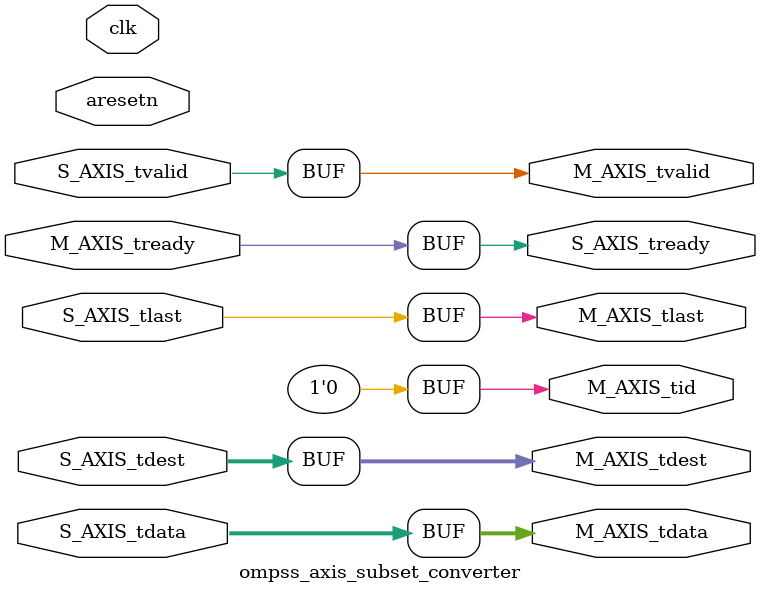
<source format=v>
module ompss_axis_subset_converter #(
    parameter ID_WIDTH = 1,
    parameter [ID_WIDTH-1:0] ID = 0
) (
    input clk,
    input aresetn,
    input S_AXIS_tvalid,
    output S_AXIS_tready,
    input [63:0] S_AXIS_tdata,
    input [1:0] S_AXIS_tdest,
    input S_AXIS_tlast,

    output M_AXIS_tvalid,
    input M_AXIS_tready,
    output [63:0] M_AXIS_tdata,
    output [1:0] M_AXIS_tdest,
    output [ID_WIDTH-1:0] M_AXIS_tid,
    output M_AXIS_tlast
);

    assign M_AXIS_tvalid = S_AXIS_tvalid;
    assign S_AXIS_tready = M_AXIS_tready;
    assign M_AXIS_tdata = S_AXIS_tdata;
    assign M_AXIS_tdest = S_AXIS_tdest;
    assign M_AXIS_tlast = S_AXIS_tlast;
    assign M_AXIS_tid = ID;

endmodule

</source>
